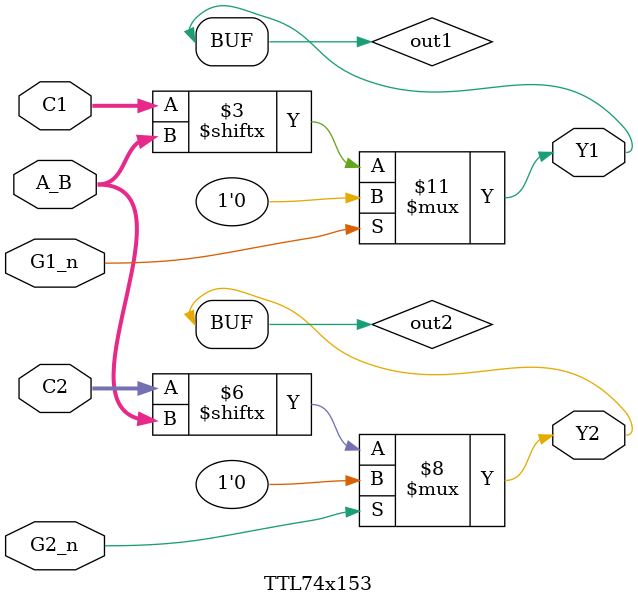
<source format=v>

module TTL74x153
#(
    parameter WIDTH = 4
)
(
	input  wire [SEL_WIDTH-1:0] A_B,	// select inputs for both MUX
	input  wire [WIDTH-1:0] C1,			// input 1
	input  wire [WIDTH-1:0] C2,			// input 2
	input  wire G1_n,					// Enable for MUX A (active LOW)
	input  wire G2_n,					// Enable for MUX B (active LOW)
	output wire	Y1,						// Output of MUX A
	output wire	Y2						// Output of MUX B
);
	localparam SEL_WIDTH = $clog2(WIDTH);

	reg out1;
	always@(*)
		// MUX A
		if (!G1_n)
			out1 = C1[A_B];
		else
			out1 = 1'b0; // Disabled output

	reg out2;
	always@(*)
		// MUX B
		if (!G2_n)
			out2 = C2[A_B];
		else
			out2 = 1'b0; // Disabled output

	assign Y1 = out1;
	assign Y2 = out2;

endmodule


</source>
